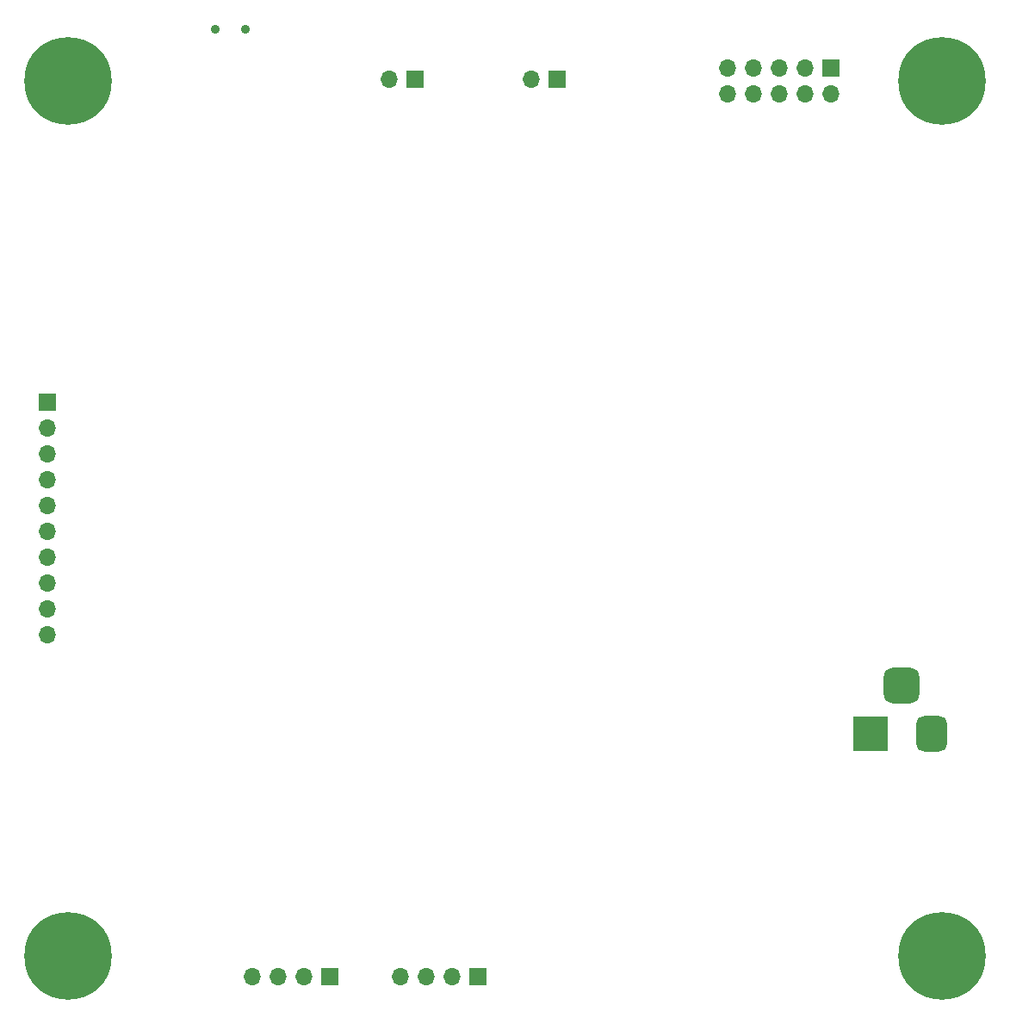
<source format=gbr>
%TF.GenerationSoftware,KiCad,Pcbnew,(6.0.11)*%
%TF.CreationDate,2023-04-03T14:35:14+03:00*%
%TF.ProjectId,STM32Custom,53544d33-3243-4757-9374-6f6d2e6b6963,rev?*%
%TF.SameCoordinates,Original*%
%TF.FileFunction,Soldermask,Bot*%
%TF.FilePolarity,Negative*%
%FSLAX46Y46*%
G04 Gerber Fmt 4.6, Leading zero omitted, Abs format (unit mm)*
G04 Created by KiCad (PCBNEW (6.0.11)) date 2023-04-03 14:35:14*
%MOMM*%
%LPD*%
G01*
G04 APERTURE LIST*
G04 Aperture macros list*
%AMRoundRect*
0 Rectangle with rounded corners*
0 $1 Rounding radius*
0 $2 $3 $4 $5 $6 $7 $8 $9 X,Y pos of 4 corners*
0 Add a 4 corners polygon primitive as box body*
4,1,4,$2,$3,$4,$5,$6,$7,$8,$9,$2,$3,0*
0 Add four circle primitives for the rounded corners*
1,1,$1+$1,$2,$3*
1,1,$1+$1,$4,$5*
1,1,$1+$1,$6,$7*
1,1,$1+$1,$8,$9*
0 Add four rect primitives between the rounded corners*
20,1,$1+$1,$2,$3,$4,$5,0*
20,1,$1+$1,$4,$5,$6,$7,0*
20,1,$1+$1,$6,$7,$8,$9,0*
20,1,$1+$1,$8,$9,$2,$3,0*%
G04 Aperture macros list end*
%ADD10R,1.700000X1.700000*%
%ADD11O,1.700000X1.700000*%
%ADD12R,3.500000X3.500000*%
%ADD13RoundRect,0.750000X0.750000X1.000000X-0.750000X1.000000X-0.750000X-1.000000X0.750000X-1.000000X0*%
%ADD14RoundRect,0.875000X0.875000X0.875000X-0.875000X0.875000X-0.875000X-0.875000X0.875000X-0.875000X0*%
%ADD15C,0.900000*%
%ADD16C,8.600000*%
G04 APERTURE END LIST*
D10*
%TO.C,J8*%
X126555000Y-35820000D03*
D11*
X124015000Y-35820000D03*
%TD*%
D10*
%TO.C,J7*%
X112645000Y-35820000D03*
D11*
X110105000Y-35820000D03*
%TD*%
D12*
%TO.C,J1*%
X157425000Y-100157500D03*
D13*
X163425000Y-100157500D03*
D14*
X160425000Y-95457500D03*
%TD*%
D10*
%TO.C,J2*%
X153550000Y-34725000D03*
D11*
X153550000Y-37265000D03*
X151010000Y-34725000D03*
X151010000Y-37265000D03*
X148470000Y-34725000D03*
X148470000Y-37265000D03*
X145930000Y-34725000D03*
X145930000Y-37265000D03*
X143390000Y-34725000D03*
X143390000Y-37265000D03*
%TD*%
D15*
%TO.C,H3*%
X167700000Y-122000000D03*
D16*
X164475000Y-122000000D03*
D15*
X164475000Y-125225000D03*
X162194581Y-124280419D03*
X166755419Y-119719581D03*
X166755419Y-124280419D03*
X161250000Y-122000000D03*
X164475000Y-118775000D03*
X162194581Y-119719581D03*
%TD*%
D10*
%TO.C,J4*%
X118775000Y-124000000D03*
D11*
X116235000Y-124000000D03*
X113695000Y-124000000D03*
X111155000Y-124000000D03*
%TD*%
D15*
%TO.C,SW1*%
X95975000Y-30870000D03*
X92975000Y-30870000D03*
%TD*%
D16*
%TO.C,H1*%
X78475000Y-122000000D03*
D15*
X80755419Y-119719581D03*
X81700000Y-122000000D03*
X76194581Y-124280419D03*
X78475000Y-125225000D03*
X76194581Y-119719581D03*
X78475000Y-118775000D03*
X80755419Y-124280419D03*
X75250000Y-122000000D03*
%TD*%
%TO.C,H2*%
X161250000Y-36000000D03*
X166755419Y-38280419D03*
X164475000Y-32775000D03*
X166755419Y-33719581D03*
D16*
X164475000Y-36000000D03*
D15*
X167700000Y-36000000D03*
X164475000Y-39225000D03*
X162194581Y-38280419D03*
X162194581Y-33719581D03*
%TD*%
%TO.C,H4*%
X78475000Y-39225000D03*
X76194581Y-33719581D03*
X78475000Y-32775000D03*
X75250000Y-36000000D03*
X80755419Y-38280419D03*
X81700000Y-36000000D03*
X80755419Y-33719581D03*
D16*
X78475000Y-36000000D03*
D15*
X76194581Y-38280419D03*
%TD*%
D10*
%TO.C,J6*%
X76475000Y-67575000D03*
D11*
X76475000Y-70115000D03*
X76475000Y-72655000D03*
X76475000Y-75195000D03*
X76475000Y-77735000D03*
X76475000Y-80275000D03*
X76475000Y-82815000D03*
X76475000Y-85355000D03*
X76475000Y-87895000D03*
X76475000Y-90435000D03*
%TD*%
D10*
%TO.C,J3*%
X104220000Y-124000000D03*
D11*
X101680000Y-124000000D03*
X99140000Y-124000000D03*
X96600000Y-124000000D03*
%TD*%
M02*

</source>
